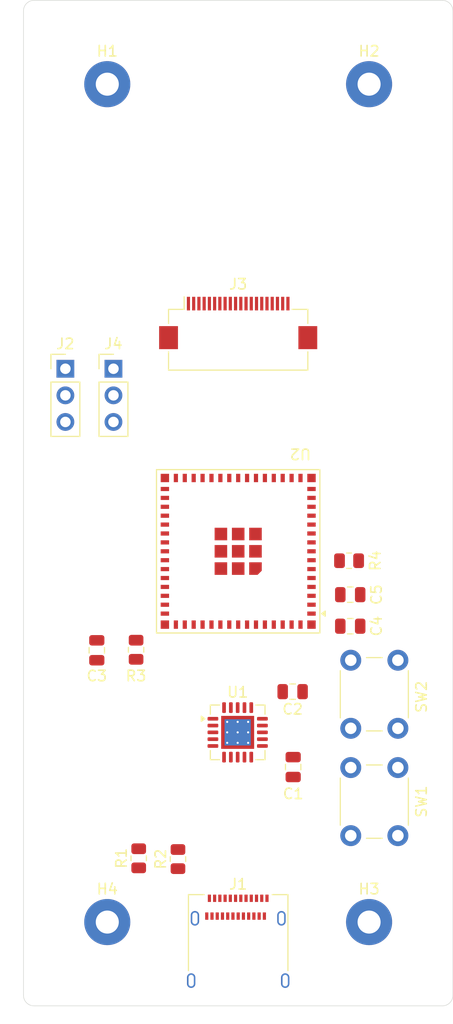
<source format=kicad_pcb>
(kicad_pcb (version 20241229) (generator "pcbnew") (generator_version "9.0")
  (layers (0 "F.Cu" signal) (2 "B.Cu" signal) (13 "F.Paste" user) (15 "B.Paste" user) (5 "F.SilkS" user "F.Silkscreen") (7 "B.SilkS" user "B.Silkscreen") (1 "F.Mask" user) (3 "B.Mask" user) (25 "Edge.Cuts" user))
  (net 0 "")
  (net 1 "GND")
  (net 2 "Net-(U1-NR)")
  (net 3 "VBUS")
  (net 4 "MCU_EN")
  (net 5 "VDD")
  (net 7 "USB_D_NEGATIVE")
  (net 9 "Net-(J1-CC1)")
  (net 11 "Net-(J1-CC2)")
  (net 17 "USB_D_POSITIVE")
  (net 20 "Net-(J3-Pin_14)")
  (net 21 "Net-(J3-Pin_9)")
  (net 22 "Net-(J3-Pin_8)")
  (net 23 "Net-(J3-Pin_20)")
  (net 24 "Net-(J3-Pin_7)")
  (net 25 "Net-(J3-Pin_12)")
  (net 26 "Net-(J3-Pin_13)")
  (net 27 "Net-(J3-Pin_11)")
  (net 28 "Net-(J3-Pin_18)")
  (net 29 "Net-(J3-Pin_17)")
  (net 30 "Net-(J3-Pin_5)")
  (net 31 "Net-(J3-Pin_15)")
  (net 32 "Net-(J3-Pin_6)")
  (net 33 "Net-(J3-Pin_19)")
  (net 34 "Net-(J3-Pin_16)")
  (net 35 "Net-(J3-Pin_4)")
  (net 36 "Net-(J3-Pin_10)")
  (net 37 "MCU_UART_TXD")
  (net 38 "MCU_UART_RXD")
  (net 39 "MCU_BOOT")
  (footprint "Connector_USB:USB_C_Receptacle_Amphenol_12401610E4-2A" (layer "F.Cu") (at 89 147)
    (property "Reference" "J1" (at 0 -6.36 0) (layer "F.SilkS"))
    (property "Value" "USB_C_Receptacle")
    (fp_line (start -4.75 -5.37) (end -4.75 1.89) (stroke (width 0.12)) (layer "F.SilkS"))
    (fp_line (start -4.75 -5.37) (end -3.25 -5.37) (stroke (width 0.12)) (layer "F.SilkS"))
    (fp_line (start 3.25 -5.37) (end 4.75 -5.37) (stroke (width 0.12)) (layer "F.SilkS"))
    (fp_line (start 4.75 -5.37) (end 4.75 1.89) (stroke (width 0.12)) (layer "F.SilkS"))
    (pad "" np_thru_hole circle (at -3.6 -4.36) (size 0.65 0.65) (drill 0.65) (layers "*.Cu" "*.Mask"))
    (pad "" np_thru_hole oval (at 3.6 -4.36) (size 0.95 0.65) (drill oval 0.95 0.65) (layers "*.Cu" "*.Mask"))
    (pad "A1" smd rect (at -2.75 -5.02) (size 0.3 0.7) (layers "F.Cu" "F.Mask" "F.Paste") (net 1 "GND"))
    (pad "A2" smd rect (at -2.25 -5.02) (size 0.3 0.7) (layers "F.Cu" "F.Mask" "F.Paste"))
    (pad "A3" smd rect (at -1.75 -5.02) (size 0.3 0.7) (layers "F.Cu" "F.Mask" "F.Paste"))
    (pad "A4" smd rect (at -1.25 -5.02) (size 0.3 0.7) (layers "F.Cu" "F.Mask" "F.Paste") (net 3 "VBUS"))
    (pad "A5" smd rect (at -0.75 -5.02) (size 0.3 0.7) (layers "F.Cu" "F.Mask" "F.Paste") (net 9 "Net-(J1-CC1)"))
    (pad "A6" smd rect (at -0.25 -5.02) (size 0.3 0.7) (layers "F.Cu" "F.Mask" "F.Paste") (net 17 "USB_D_POSITIVE"))
    (pad "A7" smd rect (at 0.25 -5.02) (size 0.3 0.7) (layers "F.Cu" "F.Mask" "F.Paste") (net 7 "USB_D_NEGATIVE"))
    (pad "A8" smd rect (at 0.75 -5.02) (size 0.3 0.7) (layers "F.Cu" "F.Mask" "F.Paste"))
    (pad "A9" smd rect (at 1.25 -5.02) (size 0.3 0.7) (layers "F.Cu" "F.Mask" "F.Paste") (net 3 "VBUS"))
    (pad "A10" smd rect (at 1.75 -5.02) (size 0.3 0.7) (layers "F.Cu" "F.Mask" "F.Paste"))
    (pad "A11" smd rect (at 2.25 -5.02) (size 0.3 0.7) (layers "F.Cu" "F.Mask" "F.Paste"))
    (pad "A12" smd rect (at 2.75 -5.02) (size 0.3 0.7) (layers "F.Cu" "F.Mask" "F.Paste") (net 1 "GND"))
    (pad "B1" smd rect (at 2.5 -3.32) (size 0.3 0.7) (layers "F.Cu" "F.Mask" "F.Paste") (net 1 "GND"))
    (pad "B2" smd rect (at 2 -3.32) (size 0.3 0.7) (layers "F.Cu" "F.Mask" "F.Paste"))
    (pad "B3" smd rect (at 1.5 -3.32) (size 0.3 0.7) (layers "F.Cu" "F.Mask" "F.Paste"))
    (pad "B4" smd rect (at 1 -3.32) (size 0.3 0.7) (layers "F.Cu" "F.Mask" "F.Paste") (net 3 "VBUS"))
    (pad "B5" smd rect (at 0.5 -3.32) (size 0.3 0.7) (layers "F.Cu" "F.Mask" "F.Paste") (net 11 "Net-(J1-CC2)"))
    (pad "B6" smd rect (at 0 -3.32) (size 0.3 0.7) (layers "F.Cu" "F.Mask" "F.Paste") (net 17 "USB_D_POSITIVE"))
    (pad "B7" smd rect (at -0.5 -3.32) (size 0.3 0.7) (layers "F.Cu" "F.Mask" "F.Paste") (net 7 "USB_D_NEGATIVE"))
    (pad "B8" smd rect (at -1 -3.32) (size 0.3 0.7) (layers "F.Cu" "F.Mask" "F.Paste"))
    (pad "B9" smd rect (at -1.5 -3.32) (size 0.3 0.7) (layers "F.Cu" "F.Mask" "F.Paste") (net 3 "VBUS"))
    (pad "B10" smd rect (at -2 -3.32) (size 0.3 0.7) (layers "F.Cu" "F.Mask" "F.Paste"))
    (pad "B11" smd rect (at -2.5 -3.32) (size 0.3 0.7) (layers "F.Cu" "F.Mask" "F.Paste"))
    (pad "B12" smd rect (at -3 -3.32) (size 0.3 0.7) (layers "F.Cu" "F.Mask" "F.Paste") (net 1 "GND"))
    (pad "S1" thru_hole oval (at -4.49 2.84) (size 0.8 1.4) (drill oval 0.5 1.1) (property pad_prop_heatsink) (layers "*.Cu" "*.Mask") (net 1 "GND"))
    (pad "S1" thru_hole oval (at -4.13 -3.11) (size 0.8 1.4) (drill oval 0.5 1.1) (property pad_prop_heatsink) (layers "*.Cu" "*.Mask") (net 1 "GND"))
    (pad "S1" thru_hole oval (at 4.13 -3.11) (size 0.8 1.4) (drill oval 0.5 1.1) (property pad_prop_heatsink) (layers "*.Cu" "*.Mask") (net 1 "GND"))
    (pad "S1" thru_hole oval (at 4.49 2.84) (size 0.8 1.4) (drill oval 0.5 1.1) (property pad_prop_heatsink) (layers "*.Cu" "*.Mask") (net 1 "GND"))
  )
  (footprint "RF_Module:ESP32-S2-MINI-1U" (layer "F.Cu") (at 89 108.85 180)
    (property "Reference" "U2" (at -5.95 9.3 180) (layer "F.SilkS"))
    (property "Value" "ESP32-S3-MINI-1U")
    (fp_line (start 7.8 7.8) (end -7.8 7.8) (stroke (width 0.12)) (layer "F.SilkS"))
    (fp_line (start 7.8 -7.8) (end 7.8 7.8) (stroke (width 0.12)) (layer "F.SilkS"))
    (fp_line (start -7.8 7.8) (end -7.8 -7.8) (stroke (width 0.12)) (layer "F.SilkS"))
    (fp_line (start -7.8 -7.8) (end 7.8 -7.8) (stroke (width 0.12)) (layer "F.SilkS"))
    (fp_poly (pts (xy -7.975 -5.95) (xy -8.311 -5.71) (xy -8.311 -6.19) (xy -7.975 -5.95)) (stroke (width 0.12)) (fill yes) (layer "F.SilkS"))
    (pad "1" smd rect (at -7 -5.95 180) (size 0.8 0.4) (layers "F.Cu" "F.Mask" "F.Paste") (net 1 "GND"))
    (pad "2" smd rect (at -7 -5.1 180) (size 0.8 0.4) (layers "F.Cu" "F.Mask" "F.Paste") (net 1 "GND"))
    (pad "3" smd rect (at -7 -4.25 180) (size 0.8 0.4) (layers "F.Cu" "F.Mask" "F.Paste") (net 5 "VDD"))
    (pad "4" smd rect (at -7 -3.4 180) (size 0.8 0.4) (layers "F.Cu" "F.Mask" "F.Paste") (net 39 "MCU_BOOT"))
    (pad "5" smd rect (at -7 -2.55 180) (size 0.8 0.4) (layers "F.Cu" "F.Mask" "F.Paste"))
    (pad "6" smd rect (at -7 -1.7 180) (size 0.8 0.4) (layers "F.Cu" "F.Mask" "F.Paste") (net 23 "Net-(J3-Pin_20)"))
    (pad "7" smd rect (at -7 -0.85 180) (size 0.8 0.4) (layers "F.Cu" "F.Mask" "F.Paste") (net 33 "Net-(J3-Pin_19)"))
    (pad "8" smd rect (at -7 0 180) (size 0.8 0.4) (layers "F.Cu" "F.Mask" "F.Paste") (net 28 "Net-(J3-Pin_18)"))
    (pad "9" smd rect (at -7 0.85 180) (size 0.8 0.4) (layers "F.Cu" "F.Mask" "F.Paste") (net 29 "Net-(J3-Pin_17)"))
    (pad "10" smd rect (at -7 1.7 180) (size 0.8 0.4) (layers "F.Cu" "F.Mask" "F.Paste") (net 34 "Net-(J3-Pin_16)"))
    (pad "11" smd rect (at -7 2.55 180) (size 0.8 0.4) (layers "F.Cu" "F.Mask" "F.Paste") (net 31 "Net-(J3-Pin_15)"))
    (pad "12" smd rect (at -7 3.4 180) (size 0.8 0.4) (layers "F.Cu" "F.Mask" "F.Paste") (net 20 "Net-(J3-Pin_14)"))
    (pad "13" smd rect (at -7 4.25 180) (size 0.8 0.4) (layers "F.Cu" "F.Mask" "F.Paste") (net 26 "Net-(J3-Pin_13)"))
    (pad "14" smd rect (at -7 5.1 180) (size 0.8 0.4) (layers "F.Cu" "F.Mask" "F.Paste") (net 25 "Net-(J3-Pin_12)"))
    (pad "15" smd rect (at -7 5.95 180) (size 0.8 0.4) (layers "F.Cu" "F.Mask" "F.Paste") (net 27 "Net-(J3-Pin_11)"))
    (pad "16" smd rect (at -5.95 7 270) (size 0.8 0.4) (layers "F.Cu" "F.Mask" "F.Paste") (net 36 "Net-(J3-Pin_10)"))
    (pad "17" smd rect (at -5.1 7 270) (size 0.8 0.4) (layers "F.Cu" "F.Mask" "F.Paste") (net 21 "Net-(J3-Pin_9)"))
    (pad "18" smd rect (at -4.25 7 270) (size 0.8 0.4) (layers "F.Cu" "F.Mask" "F.Paste") (net 22 "Net-(J3-Pin_8)"))
    (pad "19" smd rect (at -3.4 7 270) (size 0.8 0.4) (layers "F.Cu" "F.Mask" "F.Paste") (net 24 "Net-(J3-Pin_7)"))
    (pad "20" smd rect (at -2.55 7 270) (size 0.8 0.4) (layers "F.Cu" "F.Mask" "F.Paste") (net 32 "Net-(J3-Pin_6)"))
    (pad "21" smd rect (at -1.7 7 270) (size 0.8 0.4) (layers "F.Cu" "F.Mask" "F.Paste") (net 30 "Net-(J3-Pin_5)"))
    (pad "22" smd rect (at -0.85 7 270) (size 0.8 0.4) (layers "F.Cu" "F.Mask" "F.Paste") (net 35 "Net-(J3-Pin_4)"))
    (pad "23" smd rect (at 0 7 270) (size 0.8 0.4) (layers "F.Cu" "F.Mask" "F.Paste") (net 7 "USB_D_NEGATIVE"))
    (pad "24" smd rect (at 0.85 7 270) (size 0.8 0.4) (layers "F.Cu" "F.Mask" "F.Paste") (net 17 "USB_D_POSITIVE"))
    (pad "25" smd rect (at 1.7 7 270) (size 0.8 0.4) (layers "F.Cu" "F.Mask" "F.Paste"))
    (pad "26" smd rect (at 2.55 7 270) (size 0.8 0.4) (layers "F.Cu" "F.Mask" "F.Paste"))
    (pad "27" smd rect (at 3.4 7 270) (size 0.8 0.4) (layers "F.Cu" "F.Mask" "F.Paste"))
    (pad "28" smd rect (at 4.25 7 270) (size 0.8 0.4) (layers "F.Cu" "F.Mask" "F.Paste"))
    (pad "29" smd rect (at 5.1 7 270) (size 0.8 0.4) (layers "F.Cu" "F.Mask" "F.Paste"))
    (pad "30" smd rect (at 5.95 7 270) (size 0.8 0.4) (layers "F.Cu" "F.Mask" "F.Paste"))
    (pad "31" smd rect (at 7 5.95 180) (size 0.8 0.4) (layers "F.Cu" "F.Mask" "F.Paste"))
    (pad "32" smd rect (at 7 5.1 180) (size 0.8 0.4) (layers "F.Cu" "F.Mask" "F.Paste"))
    (pad "33" smd rect (at 7 4.25 180) (size 0.8 0.4) (layers "F.Cu" "F.Mask" "F.Paste"))
    (pad "34" smd rect (at 7 3.4 180) (size 0.8 0.4) (layers "F.Cu" "F.Mask" "F.Paste"))
    (pad "35" smd rect (at 7 2.55 180) (size 0.8 0.4) (layers "F.Cu" "F.Mask" "F.Paste"))
    (pad "36" smd rect (at 7 1.7 180) (size 0.8 0.4) (layers "F.Cu" "F.Mask" "F.Paste"))
    (pad "37" smd rect (at 7 0.85 180) (size 0.8 0.4) (layers "F.Cu" "F.Mask" "F.Paste"))
    (pad "38" smd rect (at 7 0 180) (size 0.8 0.4) (layers "F.Cu" "F.Mask" "F.Paste"))
    (pad "39" smd rect (at 7 -0.85 180) (size 0.8 0.4) (layers "F.Cu" "F.Mask" "F.Paste") (net 37 "MCU_UART_TXD"))
    (pad "40" smd rect (at 7 -1.7 180) (size 0.8 0.4) (layers "F.Cu" "F.Mask" "F.Paste") (net 38 "MCU_UART_RXD"))
    (pad "41" smd rect (at 7 -2.55 180) (size 0.8 0.4) (layers "F.Cu" "F.Mask" "F.Paste"))
    (pad "42" smd rect (at 7 -3.4 180) (size 0.8 0.4) (layers "F.Cu" "F.Mask" "F.Paste") (net 1 "GND"))
    (pad "43" smd rect (at 7 -4.25 180) (size 0.8 0.4) (layers "F.Cu" "F.Mask" "F.Paste") (net 1 "GND"))
    (pad "44" smd rect (at 7 -5.1 180) (size 0.8 0.4) (layers "F.Cu" "F.Mask" "F.Paste"))
    (pad "45" smd rect (at 7 -5.95 180) (size 0.8 0.4) (layers "F.Cu" "F.Mask" "F.Paste") (net 4 "MCU_EN"))
    (pad "46" smd rect (at 5.95 -7 270) (size 0.8 0.4) (layers "F.Cu" "F.Mask" "F.Paste") (net 1 "GND"))
    (pad "47" smd rect (at 5.1 -7 270) (size 0.8 0.4) (layers "F.Cu" "F.Mask" "F.Paste") (net 1 "GND"))
    (pad "48" smd rect (at 4.25 -7 270) (size 0.8 0.4) (layers "F.Cu" "F.Mask" "F.Paste") (net 1 "GND"))
    (pad "49" smd rect (at 3.4 -7 270) (size 0.8 0.4) (layers "F.Cu" "F.Mask" "F.Paste") (net 1 "GND"))
    (pad "50" smd rect (at 2.55 -7 270) (size 0.8 0.4) (layers "F.Cu" "F.Mask" "F.Paste") (net 1 "GND"))
    (pad "51" smd rect (at 1.7 -7 270) (size 0.8 0.4) (layers "F.Cu" "F.Mask" "F.Paste") (net 1 "GND"))
    (pad "52" smd rect (at 0.85 -7 270) (size 0.8 0.4) (layers "F.Cu" "F.Mask" "F.Paste") (net 1 "GND"))
    (pad "53" smd rect (at 0 -7 270) (size 0.8 0.4) (layers "F.Cu" "F.Mask" "F.Paste") (net 1 "GND"))
    (pad "54" smd rect (at -0.85 -7 270) (size 0.8 0.4) (layers "F.Cu" "F.Mask" "F.Paste") (net 1 "GND"))
    (pad "55" smd rect (at -1.7 -7 270) (size 0.8 0.4) (layers "F.Cu" "F.Mask" "F.Paste") (net 1 "GND"))
    (pad "56" smd rect (at -2.55 -7 270) (size 0.8 0.4) (layers "F.Cu" "F.Mask" "F.Paste") (net 1 "GND"))
    (pad "57" smd rect (at -3.4 -7 270) (size 0.8 0.4) (layers "F.Cu" "F.Mask" "F.Paste") (net 1 "GND"))
    (pad "58" smd rect (at -4.25 -7 270) (size 0.8 0.4) (layers "F.Cu" "F.Mask" "F.Paste") (net 1 "GND"))
    (pad "59" smd rect (at -5.1 -7 270) (size 0.8 0.4) (layers "F.Cu" "F.Mask" "F.Paste") (net 1 "GND"))
    (pad "60" smd rect (at -5.95 -7 270) (size 0.8 0.4) (layers "F.Cu" "F.Mask" "F.Paste") (net 1 "GND"))
    (pad "61" smd roundrect (at -1.65 -1.65 180) (size 1.2 1.2) (property pad_prop_heatsink) (layers "F.Cu" "F.Mask" "F.Paste") (roundrect_rratio 0) (chamfer_ratio 0.33) (chamfer top_left) (net 1 "GND"))
    (pad "61" smd rect (at -1.65 0 180) (size 1.2 1.2) (property pad_prop_heatsink) (layers "F.Cu" "F.Mask" "F.Paste") (net 1 "GND"))
    (pad "61" smd rect (at -1.65 1.65 180) (size 1.2 1.2) (property pad_prop_heatsink) (layers "F.Cu" "F.Mask" "F.Paste") (net 1 "GND"))
    (pad "61" smd rect (at 0 -1.65 180) (size 1.2 1.2) (property pad_prop_heatsink) (layers "F.Cu" "F.Mask" "F.Paste") (net 1 "GND"))
    (pad "61" smd rect (at 0 0 180) (size 1.2 1.2) (property pad_prop_heatsink) (layers "F.Cu" "F.Mask" "F.Paste") (net 1 "GND"))
    (pad "61" smd rect (at 0 1.65 180) (size 1.2 1.2) (property pad_prop_heatsink) (layers "F.Cu" "F.Mask" "F.Paste") (net 1 "GND"))
    (pad "61" smd rect (at 1.65 -1.65 180) (size 1.2 1.2) (property pad_prop_heatsink) (layers "F.Cu" "F.Mask" "F.Paste") (net 1 "GND"))
    (pad "61" smd rect (at 1.65 0 180) (size 1.2 1.2) (property pad_prop_heatsink) (layers "F.Cu" "F.Mask" "F.Paste") (net 1 "GND"))
    (pad "61" smd rect (at 1.65 1.65 180) (size 1.2 1.2) (property pad_prop_heatsink) (layers "F.Cu" "F.Mask" "F.Paste") (net 1 "GND"))
    (pad "62" smd rect (at -7 -7 180) (size 0.8 0.8) (layers "F.Cu" "F.Mask" "F.Paste") (net 1 "GND"))
    (pad "63" smd rect (at -7 7 180) (size 0.8 0.8) (layers "F.Cu" "F.Mask" "F.Paste") (net 1 "GND"))
    (pad "64" smd rect (at 7 7 180) (size 0.8 0.8) (layers "F.Cu" "F.Mask" "F.Paste") (net 1 "GND"))
    (pad "65" smd rect (at 7 -7 180) (size 0.8 0.8) (layers "F.Cu" "F.Mask" "F.Paste") (net 1 "GND"))
  )
  (footprint "Resistor_SMD:R_0805_2012Metric" (layer "F.Cu") (at 79.25 118.25 90)
    (property "Reference" "R3" (at -2.5 0 180) (layer "F.SilkS"))
    (property "Value" "10k")
    (fp_line (start -0.227064 -0.735) (end 0.227064 -0.735) (stroke (width 0.12)) (layer "F.SilkS"))
    (fp_line (start -0.227064 0.735) (end 0.227064 0.735) (stroke (width 0.12)) (layer "F.SilkS"))
    (pad "1" smd roundrect (at -0.9125 0 90) (size 1.025 1.4) (layers "F.Cu" "F.Mask" "F.Paste") (roundrect_rratio 0.243902) (net 5 "VDD"))
    (pad "2" smd roundrect (at 0.9125 0 90) (size 1.025 1.4) (layers "F.Cu" "F.Mask" "F.Paste") (roundrect_rratio 0.243902) (net 4 "MCU_EN"))
  )
  (footprint "MountingHole:MountingHole_2.2mm_M2_Pad" (layer "F.Cu") (at 76.5 144.25)
    (property "Reference" "H4" (at 0 -3.15 0) (layer "F.SilkS"))
    (property "Value" "MountingHole_Pad")
    (pad "1" thru_hole circle (at 0 0) (size 4.4 4.4) (drill 2.2) (layers "*.Cu" "*.Mask") (net 1 "GND"))
  )
  (footprint "Button_Switch_THT:SW_PUSH_6mm_H4.3mm" (layer "F.Cu") (at 99.75 136 90)
    (property "Reference" "SW1" (at 3.25 6.75 90) (layer "F.SilkS"))
    (property "Value" "SW_Push")
    (fp_line (start 5.5 -1) (end 1 -1) (stroke (width 0.12)) (layer "F.SilkS"))
    (fp_line (start -0.25 1.5) (end -0.25 3) (stroke (width 0.12)) (layer "F.SilkS"))
    (fp_line (start 6.75 3) (end 6.75 1.5) (stroke (width 0.12)) (layer "F.SilkS"))
    (fp_line (start 1 5.5) (end 5.5 5.5) (stroke (width 0.12)) (layer "F.SilkS"))
    (pad "1" thru_hole circle (at 0 0 180) (size 2 2) (drill 1.1) (layers "*.Cu" "*.Mask") (net 1 "GND"))
    (pad "1" thru_hole circle (at 6.5 0 180) (size 2 2) (drill 1.1) (layers "*.Cu" "*.Mask") (net 1 "GND"))
    (pad "2" thru_hole circle (at 0 4.5 180) (size 2 2) (drill 1.1) (layers "*.Cu" "*.Mask") (net 4 "MCU_EN"))
    (pad "2" thru_hole circle (at 6.5 4.5 180) (size 2 2) (drill 1.1) (layers "*.Cu" "*.Mask") (net 4 "MCU_EN"))
  )
  (footprint "Connector_FFC-FPC:Hirose_FH12-20S-0.5SH_1x20-1MP_P0.50mm_Horizontal" (layer "F.Cu") (at 89 87.05)
    (property "Reference" "J3" (at 0 -3.7 0) (layer "F.SilkS"))
    (property "Value" "Conn_01x20")
    (fp_line (start -6.65 -1.3) (end -6.65 0.04) (stroke (width 0.12)) (layer "F.SilkS"))
    (fp_line (start -6.65 2.76) (end -6.65 4.5) (stroke (width 0.12)) (layer "F.SilkS"))
    (fp_line (start -6.65 4.5) (end 6.65 4.5) (stroke (width 0.12)) (layer "F.SilkS"))
    (fp_line (start -5.16 -1.3) (end -6.65 -1.3) (stroke (width 0.12)) (layer "F.SilkS"))
    (fp_line (start -5.16 -1.3) (end -5.16 -2.5) (stroke (width 0.12)) (layer "F.SilkS"))
    (fp_line (start 5.16 -1.3) (end 6.65 -1.3) (stroke (width 0.12)) (layer "F.SilkS"))
    (fp_line (start 6.65 -1.3) (end 6.65 0.04) (stroke (width 0.12)) (layer "F.SilkS"))
    (fp_line (start 6.65 4.5) (end 6.65 2.76) (stroke (width 0.12)) (layer "F.SilkS"))
    (pad "1" smd rect (at -4.75 -1.85) (size 0.3 1.3) (layers "F.Cu" "F.Mask" "F.Paste") (net 1 "GND"))
    (pad "2" smd rect (at -4.25 -1.85) (size 0.3 1.3) (layers "F.Cu" "F.Mask" "F.Paste") (net 5 "VDD"))
    (pad "3" smd rect (at -3.75 -1.85) (size 0.3 1.3) (layers "F.Cu" "F.Mask" "F.Paste") (net 3 "VBUS"))
    (pad "4" smd rect (at -3.25 -1.85) (size 0.3 1.3) (layers "F.Cu" "F.Mask" "F.Paste") (net 35 "Net-(J3-Pin_4)"))
    (pad "5" smd rect (at -2.75 -1.85) (size 0.3 1.3) (layers "F.Cu" "F.Mask" "F.Paste") (net 30 "Net-(J3-Pin_5)"))
    (pad "6" smd rect (at -2.25 -1.85) (size 0.3 1.3) (layers "F.Cu" "F.Mask" "F.Paste") (net 32 "Net-(J3-Pin_6)"))
    (pad "7" smd rect (at -1.75 -1.85) (size 0.3 1.3) (layers "F.Cu" "F.Mask" "F.Paste") (net 24 "Net-(J3-Pin_7)"))
    (pad "8" smd rect (at -1.25 -1.85) (size 0.3 1.3) (layers "F.Cu" "F.Mask" "F.Paste") (net 22 "Net-(J3-Pin_8)"))
    (pad "9" smd rect (at -0.75 -1.85) (size 0.3 1.3) (layers "F.Cu" "F.Mask" "F.Paste") (net 21 "Net-(J3-Pin_9)"))
    (pad "10" smd rect (at -0.25 -1.85) (size 0.3 1.3) (layers "F.Cu" "F.Mask" "F.Paste") (net 36 "Net-(J3-Pin_10)"))
    (pad "11" smd rect (at 0.25 -1.85) (size 0.3 1.3) (layers "F.Cu" "F.Mask" "F.Paste") (net 27 "Net-(J3-Pin_11)"))
    (pad "12" smd rect (at 0.75 -1.85) (size 0.3 1.3) (layers "F.Cu" "F.Mask" "F.Paste") (net 25 "Net-(J3-Pin_12)"))
    (pad "13" smd rect (at 1.25 -1.85) (size 0.3 1.3) (layers "F.Cu" "F.Mask" "F.Paste") (net 26 "Net-(J3-Pin_13)"))
    (pad "14" smd rect (at 1.75 -1.85) (size 0.3 1.3) (layers "F.Cu" "F.Mask" "F.Paste") (net 20 "Net-(J3-Pin_14)"))
    (pad "15" smd rect (at 2.25 -1.85) (size 0.3 1.3) (layers "F.Cu" "F.Mask" "F.Paste") (net 31 "Net-(J3-Pin_15)"))
    (pad "16" smd rect (at 2.75 -1.85) (size 0.3 1.3) (layers "F.Cu" "F.Mask" "F.Paste") (net 34 "Net-(J3-Pin_16)"))
    (pad "17" smd rect (at 3.25 -1.85) (size 0.3 1.3) (layers "F.Cu" "F.Mask" "F.Paste") (net 29 "Net-(J3-Pin_17)"))
    (pad "18" smd rect (at 3.75 -1.85) (size 0.3 1.3) (layers "F.Cu" "F.Mask" "F.Paste") (net 28 "Net-(J3-Pin_18)"))
    (pad "19" smd rect (at 4.25 -1.85) (size 0.3 1.3) (layers "F.Cu" "F.Mask" "F.Paste") (net 33 "Net-(J3-Pin_19)"))
    (pad "20" smd rect (at 4.75 -1.85) (size 0.3 1.3) (layers "F.Cu" "F.Mask" "F.Paste") (net 23 "Net-(J3-Pin_20)"))
    (pad "MP" smd rect (at -6.65 1.4) (size 1.8 2.2) (layers "F.Cu" "F.Mask" "F.Paste"))
    (pad "MP" smd rect (at 6.65 1.4) (size 1.8 2.2) (layers "F.Cu" "F.Mask" "F.Paste"))
  )
  (footprint "Connector_PinHeader_2.54mm:PinHeader_1x03_P2.54mm_Vertical" (layer "F.Cu") (at 77.09 91.42)
    (property "Reference" "J4" (at 0 -2.38 0) (layer "F.SilkS"))
    (property "Value" "Conn_01x03_Pin")
    (fp_line (start -1.38 -1.38) (end 0 -1.38) (stroke (width 0.12)) (layer "F.SilkS"))
    (fp_line (start -1.38 0) (end -1.38 -1.38) (stroke (width 0.12)) (layer "F.SilkS"))
    (fp_line (start -1.38 1.27) (end -1.38 6.46) (stroke (width 0.12)) (layer "F.SilkS"))
    (fp_line (start -1.38 1.27) (end 1.38 1.27) (stroke (width 0.12)) (layer "F.SilkS"))
    (fp_line (start -1.38 6.46) (end 1.38 6.46) (stroke (width 0.12)) (layer "F.SilkS"))
    (fp_line (start 1.38 1.27) (end 1.38 6.46) (stroke (width 0.12)) (layer "F.SilkS"))
    (pad "1" thru_hole rect (at 0 0) (size 1.7 1.7) (drill 1) (layers "*.Cu" "*.Mask") (net 1 "GND"))
    (pad "2" thru_hole circle (at 0 2.54) (size 1.7 1.7) (drill 1) (layers "*.Cu" "*.Mask") (net 37 "MCU_UART_TXD"))
    (pad "3" thru_hole circle (at 0 5.08) (size 1.7 1.7) (drill 1) (layers "*.Cu" "*.Mask") (net 38 "MCU_UART_RXD"))
  )
  (footprint "MountingHole:MountingHole_2.2mm_M2_Pad" (layer "F.Cu") (at 101.5 64.25)
    (property "Reference" "H2" (at 0 -3.15 0) (layer "F.SilkS"))
    (property "Value" "MountingHole_Pad")
    (pad "1" thru_hole circle (at 0 0) (size 4.4 4.4) (drill 2.2) (layers "*.Cu" "*.Mask") (net 1 "GND"))
  )
  (footprint "MountingHole:MountingHole_2.2mm_M2_Pad" (layer "F.Cu") (at 76.5 64.25)
    (property "Reference" "H1" (at 0 -3.15 0) (layer "F.SilkS"))
    (property "Value" "MountingHole_Pad")
    (pad "1" thru_hole circle (at 0 0) (size 4.4 4.4) (drill 2.2) (layers "*.Cu" "*.Mask") (net 1 "GND"))
  )
  (footprint "Button_Switch_THT:SW_PUSH_6mm_H4.3mm" (layer "F.Cu") (at 104.25 119.25 -90)
    (property "Reference" "SW2" (at 3.5 -2.25 90) (layer "F.SilkS"))
    (property "Value" "SW_Push")
    (fp_line (start 1 5.5) (end 5.5 5.5) (stroke (width 0.12)) (layer "F.SilkS"))
    (fp_line (start 6.75 3) (end 6.75 1.5) (stroke (width 0.12)) (layer "F.SilkS"))
    (fp_line (start -0.25 1.5) (end -0.25 3) (stroke (width 0.12)) (layer "F.SilkS"))
    (fp_line (start 5.5 -1) (end 1 -1) (stroke (width 0.12)) (layer "F.SilkS"))
    (pad "1" thru_hole circle (at 0 0) (size 2 2) (drill 1.1) (layers "*.Cu" "*.Mask") (net 1 "GND"))
    (pad "1" thru_hole circle (at 6.5 0) (size 2 2) (drill 1.1) (layers "*.Cu" "*.Mask") (net 1 "GND"))
    (pad "2" thru_hole circle (at 0 4.5) (size 2 2) (drill 1.1) (layers "*.Cu" "*.Mask") (net 39 "MCU_BOOT"))
    (pad "2" thru_hole circle (at 6.5 4.5) (size 2 2) (drill 1.1) (layers "*.Cu" "*.Mask") (net 39 "MCU_BOOT"))
  )
  (footprint "Resistor_SMD:R_0805_2012Metric" (layer "F.Cu") (at 83.25 138.2375 90)
    (property "Reference" "R2" (at 0 -1.65 90) (layer "F.SilkS"))
    (property "Value" "5.1k")
    (fp_line (start -0.227064 -0.735) (end 0.227064 -0.735) (stroke (width 0.12)) (layer "F.SilkS"))
    (fp_line (start -0.227064 0.735) (end 0.227064 0.735) (stroke (width 0.12)) (layer "F.SilkS"))
    (pad "1" smd roundrect (at -0.9125 0 90) (size 1.025 1.4) (layers "F.Cu" "F.Mask" "F.Paste") (roundrect_rratio 0.243902) (net 11 "Net-(J1-CC2)"))
    (pad "2" smd roundrect (at 0.9125 0 90) (size 1.025 1.4) (layers "F.Cu" "F.Mask" "F.Paste") (roundrect_rratio 0.243902) (net 1 "GND"))
  )
  (footprint "MountingHole:MountingHole_2.2mm_M2_Pad" (layer "F.Cu") (at 101.5 144.25)
    (property "Reference" "H3" (at 0 -3.15 0) (layer "F.SilkS"))
    (property "Value" "MountingHole_Pad")
    (pad "1" thru_hole circle (at 0 0) (size 4.4 4.4) (drill 2.2) (layers "*.Cu" "*.Mask") (net 1 "GND"))
  )
  (footprint "Resistor_SMD:R_0805_2012Metric" (layer "F.Cu") (at 79.5 138.1625 90)
    (property "Reference" "R1" (at 0 -1.65 90) (layer "F.SilkS"))
    (property "Value" "5.1k")
    (fp_line (start -0.227064 -0.735) (end 0.227064 -0.735) (stroke (width 0.12)) (layer "F.SilkS"))
    (fp_line (start -0.227064 0.735) (end 0.227064 0.735) (stroke (width 0.12)) (layer "F.SilkS"))
    (pad "1" smd roundrect (at -0.9125 0 90) (size 1.025 1.4) (layers "F.Cu" "F.Mask" "F.Paste") (roundrect_rratio 0.243902) (net 9 "Net-(J1-CC1)"))
    (pad "2" smd roundrect (at 0.9125 0 90) (size 1.025 1.4) (layers "F.Cu" "F.Mask" "F.Paste") (roundrect_rratio 0.243902) (net 1 "GND"))
  )
  (footprint "Capacitor_SMD:C_0805_2012Metric" (layer "F.Cu") (at 94.25 129.45 90)
    (property "Reference" "C1" (at -2.55 0 180) (layer "F.SilkS"))
    (property "Value" "1uF")
    (fp_line (start -0.261252 -0.735) (end 0.261252 -0.735) (stroke (width 0.12)) (layer "F.SilkS"))
    (fp_line (start -0.261252 0.735) (end 0.261252 0.735) (stroke (width 0.12)) (layer "F.SilkS"))
    (pad "1" smd roundrect (at -0.95 0 90) (size 1 1.45) (layers "F.Cu" "F.Mask" "F.Paste") (net 1 "GND"))
    (pad "2" smd roundrect (at 0.95 0 90) (size 1 1.45) (layers "F.Cu" "F.Mask" "F.Paste") (net 2 "Net-(U1-NR)"))
  )
  (footprint "Capacitor_SMD:C_0805_2012Metric" (layer "F.Cu") (at 94.2 122.25 180)
    (property "Reference" "C2" (at 0 -1.68 0) (layer "F.SilkS"))
    (property "Value" "10uF")
    (fp_line (start -0.261252 0.735) (end 0.261252 0.735) (stroke (width 0.12)) (layer "F.SilkS"))
    (fp_line (start -0.261252 -0.735) (end 0.261252 -0.735) (stroke (width 0.12)) (layer "F.SilkS"))
    (pad "1" smd roundrect (at -0.95 0 180) (size 1 1.45) (layers "F.Cu" "F.Mask" "F.Paste") (net 1 "GND"))
    (pad "2" smd roundrect (at 0.95 0 180) (size 1 1.45) (layers "F.Cu" "F.Mask" "F.Paste") (net 3 "VBUS"))
  )
  (footprint "Capacitor_SMD:C_0805_2012Metric" (layer "F.Cu") (at 99.7 116 180)
    (property "Reference" "C4" (at -2.5 0.01 90) (layer "F.SilkS"))
    (property "Value" "0.1uF")
    (fp_line (start -0.261252 0.735) (end 0.261252 0.735) (stroke (width 0.12)) (layer "F.SilkS"))
    (fp_line (start -0.261252 -0.735) (end 0.261252 -0.735) (stroke (width 0.12)) (layer "F.SilkS"))
    (pad "1" smd roundrect (at -0.95 0 180) (size 1 1.45) (layers "F.Cu" "F.Mask" "F.Paste") (net 1 "GND"))
    (pad "2" smd roundrect (at 0.95 0 180) (size 1 1.45) (layers "F.Cu" "F.Mask" "F.Paste") (net 5 "VDD"))
  )
  (footprint "Resistor_SMD:R_0805_2012Metric" (layer "F.Cu") (at 99.5875 109.75 180)
    (property "Reference" "R4" (at -2.5 0 90) (layer "F.SilkS"))
    (property "Value" "10k")
    (fp_line (start -0.227064 0.735) (end 0.227064 0.735) (stroke (width 0.12)) (layer "F.SilkS"))
    (fp_line (start -0.227064 -0.735) (end 0.227064 -0.735) (stroke (width 0.12)) (layer "F.SilkS"))
    (pad "1" smd roundrect (at -0.9125 0 180) (size 1.025 1.4) (layers "F.Cu" "F.Mask" "F.Paste") (roundrect_rratio 0.243902) (net 5 "VDD"))
    (pad "2" smd roundrect (at 0.9125 0 180) (size 1.025 1.4) (layers "F.Cu" "F.Mask" "F.Paste") (roundrect_rratio 0.243902) (net 39 "MCU_BOOT"))
  )
  (footprint "Connector_PinHeader_2.54mm:PinHeader_1x03_P2.54mm_Vertical" (layer "F.Cu") (at 72.5 91.42)
    (property "Reference" "J2" (at 0 -2.38 0) (layer "F.SilkS"))
    (property "Value" "Conn_01x03_Pin")
    (fp_line (start -1.38 -1.38) (end 0 -1.38) (stroke (width 0.12)) (layer "F.SilkS"))
    (fp_line (start -1.38 0) (end -1.38 -1.38) (stroke (width 0.12)) (layer "F.SilkS"))
    (fp_line (start -1.38 1.27) (end -1.38 6.46) (stroke (width 0.12)) (layer "F.SilkS"))
    (fp_line (start -1.38 1.27) (end 1.38 1.27) (stroke (width 0.12)) (layer "F.SilkS"))
    (fp_line (start -1.38 6.46) (end 1.38 6.46) (stroke (width 0.12)) (layer "F.SilkS"))
    (fp_line (start 1.38 1.27) (end 1.38 6.46) (stroke (width 0.12)) (layer "F.SilkS"))
    (pad "1" thru_hole rect (at 0 0) (size 1.7 1.7) (drill 1) (layers "*.Cu" "*.Mask") (net 1 "GND"))
    (pad "2" thru_hole circle (at 0 2.54) (size 1.7 1.7) (drill 1) (layers "*.Cu" "*.Mask") (net 3 "VBUS"))
    (pad "3" thru_hole circle (at 0 5.08) (size 1.7 1.7) (drill 1) (layers "*.Cu" "*.Mask") (net 5 "VDD"))
  )
  (footprint "Capacitor_SMD:C_0805_2012Metric" (layer "F.Cu") (at 99.7 112.99 180)
    (property "Reference" "C5" (at -2.5 0 90) (layer "F.SilkS"))
    (property "Value" "10uF")
    (fp_line (start -0.261252 0.735) (end 0.261252 0.735) (stroke (width 0.12)) (layer "F.SilkS"))
    (fp_line (start -0.261252 -0.735) (end 0.261252 -0.735) (stroke (width 0.12)) (layer "F.SilkS"))
    (pad "1" smd roundrect (at -0.95 0 180) (size 1 1.45) (layers "F.Cu" "F.Mask" "F.Paste") (net 1 "GND"))
    (pad "2" smd roundrect (at 0.95 0 180) (size 1 1.45) (layers "F.Cu" "F.Mask" "F.Paste") (net 5 "VDD"))
  )
  (footprint "Capacitor_SMD:C_0805_2012Metric" (layer "F.Cu") (at 75.5 118.3 90)
    (property "Reference" "C3" (at -2.45 0 180) (layer "F.SilkS"))
    (property "Value" "0.1uF")
    (fp_line (start -0.261252 -0.735) (end 0.261252 -0.735) (stroke (width 0.12)) (layer "F.SilkS"))
    (fp_line (start -0.261252 0.735) (end 0.261252 0.735) (stroke (width 0.12)) (layer "F.SilkS"))
    (pad "1" smd roundrect (at -0.95 0 90) (size 1 1.45) (layers "F.Cu" "F.Mask" "F.Paste") (net 1 "GND"))
    (pad "2" smd roundrect (at 0.95 0 90) (size 1 1.45) (layers "F.Cu" "F.Mask" "F.Paste") (net 4 "MCU_EN"))
  )
  (footprint "Package_DFN_QFN:Texas_RGW0020A_VQFN-20-1EP_5x5mm_P0.65mm_EP3.15x3.15mm_ThermalVias" (layer "F.Cu") (at 88.95 126.1375)
    (property "Reference" "U1" (at 0 -3.83 0) (layer "F.SilkS"))
    (property "Value" "TPS7A4701xRGW")
    (fp_line (start -2.61 -2.61) (end -1.735 -2.61) (stroke (width 0.12)) (layer "F.SilkS"))
    (fp_line (start -2.61 -1.735) (end -2.61 -2.61) (stroke (width 0.12)) (layer "F.SilkS"))
    (fp_line (start -2.61 2.61) (end -2.61 1.735) (stroke (width 0.12)) (layer "F.SilkS"))
    (fp_line (start -1.735 2.61) (end -2.61 2.61) (stroke (width 0.12)) (layer "F.SilkS"))
    (fp_line (start 1.735 -2.61) (end 2.61 -2.61) (stroke (width 0.12)) (layer "F.SilkS"))
    (fp_line (start 2.61 -2.61) (end 2.61 -1.735) (stroke (width 0.12)) (layer "F.SilkS"))
    (fp_line (start 2.61 1.735) (end 2.61 2.61) (stroke (width 0.12)) (layer "F.SilkS"))
    (fp_line (start 2.61 2.61) (end 1.735 2.61) (stroke (width 0.12)) (layer "F.SilkS"))
    (fp_poly (pts (xy -3.14 -1.3) (xy -3.47 -1.06) (xy -3.47 -1.54)) (stroke (width 0.12)) (fill yes) (layer "F.SilkS"))
    (pad "1" smd roundrect (at -2.3625 -1.3) (size 1.025 0.35) (layers "F.Cu" "F.Mask" "F.Paste") (net 5 "VDD"))
    (pad "2" smd roundrect (at -2.3625 -0.65) (size 1.025 0.35) (layers "F.Cu" "F.Mask" "F.Paste"))
    (pad "3" smd roundrect (at -2.3625 0) (size 1.025 0.35) (layers "F.Cu" "F.Mask" "F.Paste"))
    (pad "4" smd roundrect (at -2.3625 0.65) (size 1.025 0.35) (layers "F.Cu" "F.Mask" "F.Paste"))
    (pad "5" smd roundrect (at -2.3625 1.3) (size 1.025 0.35) (layers "F.Cu" "F.Mask" "F.Paste"))
    (pad "6" smd roundrect (at -1.3 2.3625) (size 0.35 1.025) (layers "F.Cu" "F.Mask" "F.Paste"))
    (pad "7" smd roundrect (at -0.65 2.3625) (size 0.35 1.025) (layers "F.Cu" "F.Mask" "F.Paste") (net 1 "GND"))
    (pad "8" smd roundrect (at 0 2.3625) (size 0.35 1.025) (layers "F.Cu" "F.Mask" "F.Paste") (net 1 "GND"))
    (pad "9" smd roundrect (at 0.65 2.3625) (size 0.35 1.025) (layers "F.Cu" "F.Mask" "F.Paste"))
    (pad "10" smd roundrect (at 1.3 2.3625) (size 0.35 1.025) (layers "F.Cu" "F.Mask" "F.Paste"))
    (pad "11" smd roundrect (at 2.3625 1.3) (size 1.025 0.35) (layers "F.Cu" "F.Mask" "F.Paste") (net 1 "GND"))
    (pad "12" smd roundrect (at 2.3625 0.65) (size 1.025 0.35) (layers "F.Cu" "F.Mask" "F.Paste") (net 1 "GND"))
    (pad "13" smd roundrect (at 2.3625 0) (size 1.025 0.35) (layers "F.Cu" "F.Mask" "F.Paste") (net 3 "VBUS"))
    (pad "14" smd roundrect (at 2.3625 -0.65) (size 1.025 0.35) (layers "F.Cu" "F.Mask" "F.Paste") (net 2 "Net-(U1-NR)"))
    (pad "15" smd roundrect (at 2.3625 -1.3) (size 1.025 0.35) (layers "F.Cu" "F.Mask" "F.Paste") (net 3 "VBUS"))
    (pad "16" smd roundrect (at 1.3 -2.3625) (size 0.35 1.025) (layers "F.Cu" "F.Mask" "F.Paste") (net 3 "VBUS"))
    (pad "17" smd roundrect (at 0.65 -2.3625) (size 0.35 1.025) (layers "F.Cu" "F.Mask" "F.Paste"))
    (pad "18" smd roundrect (at 0 -2.3625) (size 0.35 1.025) (layers "F.Cu" "F.Mask" "F.Paste"))
    (pad "19" smd roundrect (at -0.65 -2.3625) (size 0.35 1.025) (layers "F.Cu" "F.Mask" "F.Paste"))
    (pad "20" smd roundrect (at -1.3 -2.3625) (size 0.35 1.025) (layers "F.Cu" "F.Mask" "F.Paste") (net 5 "VDD"))
    (pad "21" thru_hole circle (at -1 -1) (size 0.5 0.5) (drill 0.2) (property pad_prop_heatsink) (layers "*.Cu") (net 1 "GND"))
    (pad "21" thru_hole circle (at -1 0) (size 0.5 0.5) (drill 0.2) (property pad_prop_heatsink) (layers "*.Cu") (net 1 "GND"))
    (pad "21" thru_hole circle (at -1 1) (size 0.5 0.5) (drill 0.2) (property pad_prop_heatsink) (layers "*.Cu") (net 1 "GND"))
    (pad "21" thru_hole circle (at 0 -1) (size 0.5 0.5) (drill 0.2) (property pad_prop_heatsink) (layers "*.Cu") (net 1 "GND"))
    (pad "21" thru_hole circle (at 0 0) (size 0.5 0.5) (drill 0.2) (property pad_prop_heatsink) (layers "*.Cu") (net 1 "GND"))
    (pad "21" smd rect (at 0 0) (size 2.5 2.5) (property pad_prop_heatsink) (layers "B.Cu") (net 1 "GND"))
    (pad "21" smd rect (at 0 0) (size 3.15 3.15) (property pad_prop_heatsink) (layers "F.Cu" "F.Mask") (net 1 "GND"))
    (pad "21" thru_hole circle (at 0 1) (size 0.5 0.5) (drill 0.2) (property pad_prop_heatsink) (layers "*.Cu") (net 1 "GND"))
    (pad "21" thru_hole circle (at 1 -1) (size 0.5 0.5) (drill 0.2) (property pad_prop_heatsink) (layers "*.Cu") (net 1 "GND"))
    (pad "21" thru_hole circle (at 1 0) (size 0.5 0.5) (drill 0.2) (property pad_prop_heatsink) (layers "*.Cu") (net 1 "GND"))
    (pad "21" thru_hole circle (at 1 1) (size 0.5 0.5) (drill 0.2) (property pad_prop_heatsink) (layers "*.Cu") (net 1 "GND"))
  )
  (gr_line (start 109.5 57.25) (end 109.5 151.25) (stroke (width 0.05)) (layer "Edge.Cuts"))
  (gr_line (start 69.5 56.25) (end 108.5 56.25) (stroke (width 0.05)) (layer "Edge.Cuts"))
  (gr_arc (start 69.5 152.25) (mid 68.792893 151.957107) (end 68.5 151.25) (stroke (width 0.05)) (layer "Edge.Cuts"))
  (gr_line (start 108.5 152.25) (end 69.5 152.25) (stroke (width 0.05)) (layer "Edge.Cuts"))
  (gr_arc (start 68.5 57.25) (mid 68.792893 56.542893) (end 69.5 56.25) (stroke (width 0.05)) (layer "Edge.Cuts"))
  (gr_arc (start 108.5 56.25) (mid 109.207107 56.542893) (end 109.5 57.25) (stroke (width 0.05)) (layer "Edge.Cuts"))
  (gr_line (start 68.5 151.25) (end 68.5 57.25) (stroke (width 0.05)) (layer "Edge.Cuts"))
  (gr_arc (start 109.5 151.25) (mid 109.207107 151.957107) (end 108.5 152.25) (stroke (width 0.05)) (layer "Edge.Cuts"))
)
</source>
